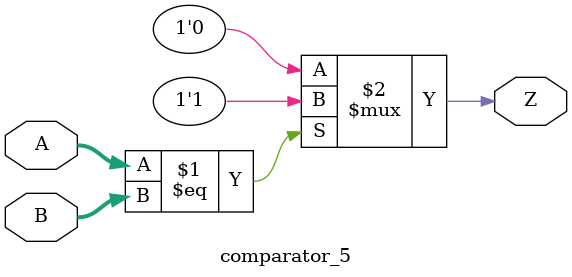
<source format=v>
`timescale 1ns / 1ps
module comparator_5(
	 output Z,
    input[4:0] A,
    input[4:0] B
    );
	
	assign Z = (A==B)?1'b1:1'b0;
	
	
endmodule

</source>
